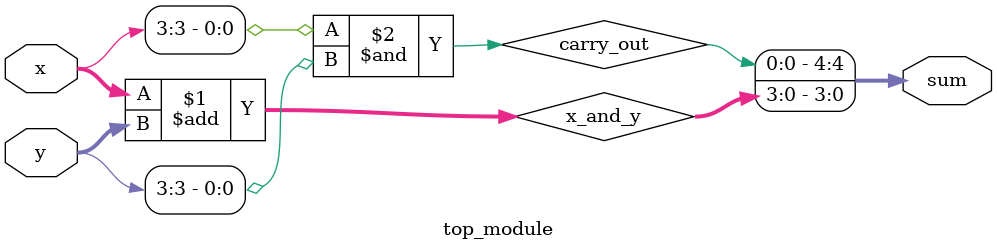
<source format=sv>
module top_module (
	input [3:0] x,
	input [3:0] y,
	output [4:0] sum
);

	// Define internal wires
	wire [3:0] x_and_y;
	wire carry_out;

	// Assign internal wires
	assign x_and_y = x + y;
	assign carry_out = x[3] & y[3];

	// Assign sum output
	assign sum = {carry_out, x_and_y};

endmodule

</source>
